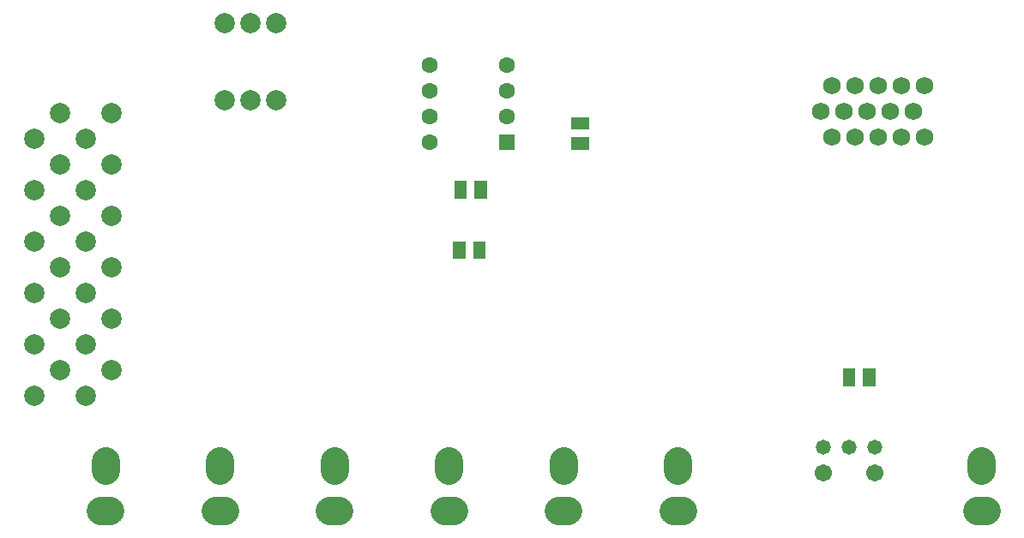
<source format=gts>
G04 Layer: TopSolderMaskLayer*
G04 EasyEDA v6.4.0, 2020-07-15T14:14:54--5:00*
G04 b3c21e9d98434acf968649de900d4150,a7c2b416e861464fa72e98bd65157655,10*
G04 Gerber Generator version 0.2*
G04 Scale: 100 percent, Rotated: No, Reflected: No *
G04 Dimensions in inches *
G04 leading zeros omitted , absolute positions ,2 integer and 4 decimal *
%FSLAX24Y24*%
%MOIN*%
G90*
G70D02*

%ADD26C,0.110362*%
%ADD28C,0.078866*%
%ADD29C,0.058000*%
%ADD30C,0.067055*%
%ADD31R,0.063000X0.063000*%
%ADD32C,0.063000*%
%ADD33C,0.068000*%

%LPD*%
G54D26*
G01X22776Y2053D02*
G01X22422Y2053D01*
G01X22600Y4001D02*
G01X22600Y3647D01*
G01X18326Y2053D02*
G01X17972Y2053D01*
G01X18150Y4001D02*
G01X18150Y3647D01*
G01X13876Y2053D02*
G01X13522Y2053D01*
G01X13700Y4001D02*
G01X13700Y3647D01*
G01X9426Y2053D02*
G01X9072Y2053D01*
G01X9250Y4001D02*
G01X9250Y3647D01*
G01X4976Y2053D02*
G01X4622Y2053D01*
G01X4800Y4001D02*
G01X4800Y3647D01*
G01X39026Y2053D02*
G01X38672Y2053D01*
G01X38850Y4001D02*
G01X38850Y3647D01*
G01X27226Y2053D02*
G01X26872Y2053D01*
G01X27050Y4001D02*
G01X27050Y3647D01*
G36*
G01X33468Y6905D02*
G01X33468Y7594D01*
G01X33943Y7594D01*
G01X33943Y6905D01*
G01X33468Y6905D01*
G37*
G36*
G01X34256Y6905D02*
G01X34256Y7594D01*
G01X34731Y7594D01*
G01X34731Y6905D01*
G01X34256Y6905D01*
G37*
G54D28*
G01X5050Y17550D03*
G01X3050Y17550D03*
G01X4050Y16550D03*
G01X2050Y16550D03*
G01X5050Y15550D03*
G01X3050Y15550D03*
G01X4050Y14550D03*
G01X2050Y14550D03*
G01X5050Y13550D03*
G01X3050Y13550D03*
G01X4050Y12550D03*
G01X2050Y12550D03*
G01X5050Y11550D03*
G01X3050Y11550D03*
G01X4050Y10550D03*
G01X2050Y10550D03*
G01X5050Y9550D03*
G01X3050Y9550D03*
G01X4050Y8550D03*
G01X2050Y8550D03*
G01X5050Y7550D03*
G01X3050Y7550D03*
G01X4050Y6550D03*
G01X2050Y6550D03*
G54D29*
G01X34700Y4550D03*
G01X33700Y4550D03*
G01X32700Y4550D03*
G54D30*
G01X34700Y3550D03*
G01X32700Y3550D03*
G54D31*
G01X20400Y16400D03*
G54D32*
G01X20400Y17400D03*
G01X20400Y18400D03*
G01X20400Y19400D03*
G01X17400Y19400D03*
G01X17400Y18400D03*
G01X17400Y17400D03*
G01X17400Y16400D03*
G54D33*
G01X34398Y17600D03*
G01X33496Y17600D03*
G01X35300Y17600D03*
G01X32595Y17600D03*
G01X36201Y17600D03*
G01X36652Y16600D03*
G01X35750Y16600D03*
G01X34849Y16600D03*
G01X33947Y16600D03*
G01X33046Y16600D03*
G01X36652Y18600D03*
G01X35750Y18600D03*
G01X34849Y18600D03*
G01X33947Y18600D03*
G01X33046Y18600D03*
G36*
G01X18368Y14205D02*
G01X18368Y14894D01*
G01X18843Y14894D01*
G01X18843Y14205D01*
G01X18368Y14205D01*
G37*
G36*
G01X19156Y14205D02*
G01X19156Y14894D01*
G01X19631Y14894D01*
G01X19631Y14205D01*
G01X19156Y14205D01*
G37*
G54D28*
G01X11450Y21050D03*
G01X11450Y18050D03*
G01X10450Y21050D03*
G01X10450Y18050D03*
G01X9450Y21050D03*
G01X9450Y18050D03*
G36*
G01X22905Y16119D02*
G01X22905Y16592D01*
G01X23594Y16592D01*
G01X23594Y16119D01*
G01X22905Y16119D01*
G37*
G36*
G01X22905Y16907D02*
G01X22905Y17380D01*
G01X23594Y17380D01*
G01X23594Y16907D01*
G01X22905Y16907D01*
G37*
G36*
G01X18318Y11855D02*
G01X18318Y12544D01*
G01X18793Y12544D01*
G01X18793Y11855D01*
G01X18318Y11855D01*
G37*
G36*
G01X19106Y11855D02*
G01X19106Y12544D01*
G01X19581Y12544D01*
G01X19581Y11855D01*
G01X19106Y11855D01*
G37*
M00*
M02*

</source>
